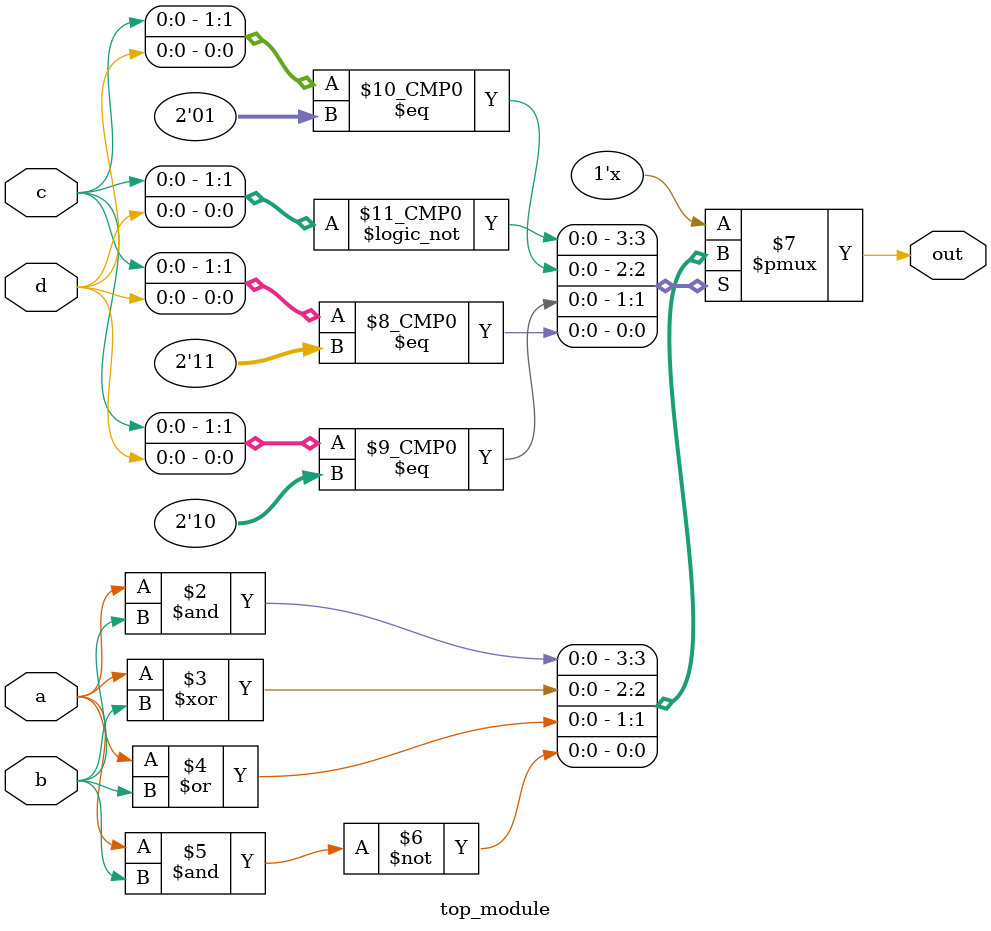
<source format=sv>
module top_module (
	input a, 
	input b,
	input c,
	input d,
	output reg out
);

	always @(a or b or c or d)
	begin
		case ({c, d})
			2'b00: out = a & b;
			2'b01: out = a ^ b;
			2'b10: out = a | b;
			2'b11: out = ~(a & b);
		endcase
	end

endmodule

</source>
